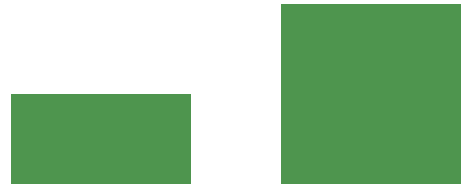
<source format=gbr>
G04 start of page 9 for group -4078 idx -4078 *
G04 Title: (unknown), bottomsilk *
G04 Creator: pcb 20110918 *
G04 CreationDate: mer. 09 avril 2014 15:18:50 GMT UTC *
G04 For: virtualabs *
G04 Format: Gerber/RS-274X *
G04 PCB-Dimensions: 600000 500000 *
G04 PCB-Coordinate-Origin: lower left *
%MOIN*%
%FSLAX25Y25*%
%LNBOTTOMSILK*%
%ADD95C,0.0001*%
G54D95*G36*
X220000Y390000D02*Y360000D01*
X160000D01*
Y390000D01*
X220000D01*
G37*
G36*
X310000Y420000D02*Y360000D01*
X250000D01*
Y420000D01*
X310000D01*
G37*
M02*

</source>
